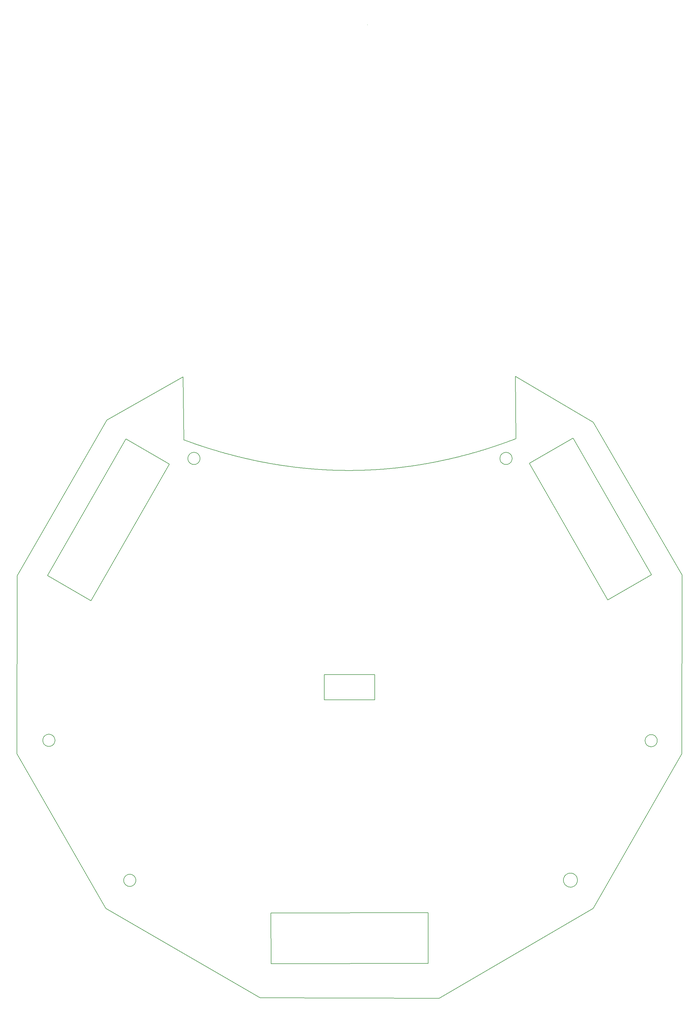
<source format=gm1>
G04 #@! TF.GenerationSoftware,KiCad,Pcbnew,5.1.5+dfsg1-2build2*
G04 #@! TF.CreationDate,2022-01-24T10:52:29+01:00*
G04 #@! TF.ProjectId,Robocup_PCB,526f626f-6375-4705-9f50-43422e6b6963,v1*
G04 #@! TF.SameCoordinates,Original*
G04 #@! TF.FileFunction,Profile,NP*
%FSLAX46Y46*%
G04 Gerber Fmt 4.6, Leading zero omitted, Abs format (unit mm)*
G04 Created by KiCad (PCBNEW 5.1.5+dfsg1-2build2) date 2022-01-24 10:52:29*
%MOMM*%
%LPD*%
G04 APERTURE LIST*
%ADD10C,0.200000*%
G04 APERTURE END LIST*
D10*
X322088819Y-99963059D02*
X294026119Y-51770989D01*
X321994619Y-156376129D02*
X322088819Y-99963059D01*
X294026069Y-205135179D02*
X321994619Y-156376129D01*
X164659993Y-37459139D02*
X140621593Y-51089909D01*
X269636029Y-56968169D02*
X269471143Y-57031146D01*
X269471143Y-57031146D02*
X269293571Y-57098748D01*
X269293571Y-57098748D02*
X269141363Y-57156508D01*
X269141363Y-57156508D02*
X268887672Y-57252399D01*
X268887672Y-57252399D02*
X268735453Y-57309708D01*
X268735453Y-57309708D02*
X268583230Y-57366847D01*
X268583230Y-57366847D02*
X268431004Y-57423818D01*
X268431004Y-57423818D02*
X268101163Y-57546672D01*
X268101163Y-57546672D02*
X267948924Y-57603105D01*
X267948924Y-57603105D02*
X267796678Y-57659369D01*
X267796678Y-57659369D02*
X267619056Y-57724798D01*
X267619056Y-57724798D02*
X267390674Y-57808579D01*
X267390674Y-57808579D02*
X267238415Y-57864222D01*
X267238415Y-57864222D02*
X267060773Y-57928923D01*
X267060773Y-57928923D02*
X266908506Y-57984201D01*
X266908506Y-57984201D02*
X266756236Y-58039307D01*
X266756236Y-58039307D02*
X266603960Y-58094244D01*
X266603960Y-58094244D02*
X266426303Y-58158123D01*
X266426303Y-58158123D02*
X266274016Y-58212693D01*
X266274016Y-58212693D02*
X266121727Y-58267093D01*
X266121727Y-58267093D02*
X265969437Y-58321325D01*
X265969437Y-58321325D02*
X265791757Y-58384380D01*
X265791757Y-58384380D02*
X265614072Y-58447206D01*
X265614072Y-58447206D02*
X265461767Y-58500872D01*
X265461767Y-58500872D02*
X265309456Y-58554369D01*
X265309456Y-58554369D02*
X265131758Y-58616570D01*
X265131758Y-58616570D02*
X264979441Y-58669699D01*
X264979441Y-58669699D02*
X264827118Y-58722661D01*
X264827118Y-58722661D02*
X264674792Y-58775453D01*
X264674792Y-58775453D02*
X264522462Y-58828074D01*
X264522462Y-58828074D02*
X264344740Y-58889254D01*
X264344740Y-58889254D02*
X264116229Y-58967573D01*
X264116229Y-58967573D02*
X263963886Y-59019575D01*
X263963886Y-59019575D02*
X263786145Y-59080027D01*
X263786145Y-59080027D02*
X263608400Y-59140252D01*
X263608400Y-59140252D02*
X263329075Y-59234423D01*
X263329075Y-59234423D02*
X263151317Y-59294056D01*
X263151317Y-59294056D02*
X262998945Y-59344983D01*
X262998945Y-59344983D02*
X262846572Y-59395742D01*
X262846572Y-59395742D02*
X262516417Y-59505139D01*
X262516417Y-59505139D02*
X262364030Y-59555362D01*
X262364030Y-59555362D02*
X262211639Y-59605416D01*
X262211639Y-59605416D02*
X262033847Y-59663597D01*
X262033847Y-59663597D02*
X261881449Y-59713284D01*
X261881449Y-59713284D02*
X261703646Y-59771039D01*
X261703646Y-59771039D02*
X261551240Y-59820359D01*
X261551240Y-59820359D02*
X261398828Y-59869509D01*
X261398828Y-59869509D02*
X261246412Y-59918489D01*
X261246412Y-59918489D02*
X261093996Y-59967302D01*
X261093996Y-59967302D02*
X260941573Y-60015944D01*
X260941573Y-60015944D02*
X260738337Y-60080538D01*
X260738337Y-60080538D02*
X260585904Y-60128786D01*
X260585904Y-60128786D02*
X260433467Y-60176864D01*
X260433467Y-60176864D02*
X260230215Y-60240705D01*
X260230215Y-60240705D02*
X260026955Y-60304245D01*
X260026955Y-60304245D02*
X259823688Y-60367484D01*
X259823688Y-60367484D02*
X259645824Y-60422571D01*
X259645824Y-60422571D02*
X259467954Y-60477429D01*
X259467954Y-60477429D02*
X259239257Y-60547620D01*
X259239257Y-60547620D02*
X259010550Y-60617430D01*
X259010550Y-60617430D02*
X258832662Y-60671464D01*
X258832662Y-60671464D02*
X258527697Y-60763557D01*
X258527697Y-60763557D02*
X258349795Y-60816966D01*
X258349795Y-60816966D02*
X258121056Y-60885295D01*
X258121056Y-60885295D02*
X257943139Y-60938177D01*
X257943139Y-60938177D02*
X257638130Y-61028296D01*
X257638130Y-61028296D02*
X257460202Y-61080553D01*
X257460202Y-61080553D02*
X257256848Y-61139991D01*
X257256848Y-61139991D02*
X257053487Y-61199131D01*
X257053487Y-61199131D02*
X256850118Y-61257968D01*
X256850118Y-61257968D02*
X256672167Y-61309205D01*
X256672167Y-61309205D02*
X256494208Y-61360209D01*
X256494208Y-61360209D02*
X256265398Y-61425450D01*
X256265398Y-61425450D02*
X256087427Y-61475929D01*
X256087427Y-61475929D02*
X255858603Y-61540492D01*
X255858603Y-61540492D02*
X255655194Y-61597561D01*
X255655194Y-61597561D02*
X255400926Y-61668477D01*
X255400926Y-61668477D02*
X255222930Y-61717836D01*
X255222930Y-61717836D02*
X254994072Y-61780962D01*
X254994072Y-61780962D02*
X254816064Y-61829795D01*
X254816064Y-61829795D02*
X254536328Y-61906067D01*
X254536328Y-61906067D02*
X254358307Y-61954308D01*
X254358307Y-61954308D02*
X254180285Y-62002321D01*
X254180285Y-62002321D02*
X253951386Y-62063710D01*
X253951386Y-62063710D02*
X253773349Y-62111195D01*
X253773349Y-62111195D02*
X253544436Y-62171907D01*
X253544436Y-62171907D02*
X253315515Y-62232241D01*
X253315515Y-62232241D02*
X253137460Y-62278901D01*
X253137460Y-62278901D02*
X252832208Y-62358357D01*
X252832208Y-62358357D02*
X252654141Y-62404394D01*
X252654141Y-62404394D02*
X252425187Y-62463246D01*
X252425187Y-62463246D02*
X252196224Y-62521717D01*
X252196224Y-62521717D02*
X252018135Y-62566931D01*
X252018135Y-62566931D02*
X251840042Y-62611917D01*
X251840042Y-62611917D02*
X251611057Y-62669414D01*
X251611057Y-62669414D02*
X251432952Y-62713871D01*
X251432952Y-62713871D02*
X251229397Y-62764398D01*
X251229397Y-62764398D02*
X251051281Y-62808363D01*
X251051281Y-62808363D02*
X250796822Y-62870770D01*
X250796822Y-62870770D02*
X250516905Y-62938875D01*
X250516905Y-62938875D02*
X250338768Y-62981918D01*
X250338768Y-62981918D02*
X250160627Y-63024731D01*
X250160627Y-63024731D02*
X249931581Y-63079437D01*
X249931581Y-63079437D02*
X249753428Y-63121724D01*
X249753428Y-63121724D02*
X249549817Y-63169769D01*
X249549817Y-63169769D02*
X249295297Y-63229405D01*
X249295297Y-63229405D02*
X249117126Y-63270867D01*
X249117126Y-63270867D02*
X248888042Y-63323841D01*
X248888042Y-63323841D02*
X248633492Y-63382252D01*
X248633492Y-63382252D02*
X248429847Y-63428644D01*
X248429847Y-63428644D02*
X248149822Y-63491940D01*
X248149822Y-63491940D02*
X247920703Y-63543306D01*
X247920703Y-63543306D02*
X247742492Y-63582995D01*
X247742492Y-63582995D02*
X247513356Y-63633684D01*
X247513356Y-63633684D02*
X247335135Y-63672845D01*
X247335135Y-63672845D02*
X247105986Y-63722858D01*
X247105986Y-63722858D02*
X246927753Y-63761495D01*
X246927753Y-63761495D02*
X246724052Y-63805368D01*
X246724052Y-63805368D02*
X246545808Y-63843509D01*
X246545808Y-63843509D02*
X246316628Y-63892211D01*
X246316628Y-63892211D02*
X246138373Y-63929828D01*
X246138373Y-63929828D02*
X245909181Y-63977854D01*
X245909181Y-63977854D02*
X245730915Y-64014944D01*
X245730915Y-64014944D02*
X245501706Y-64062293D01*
X245501706Y-64062293D02*
X245323430Y-64098858D01*
X245323430Y-64098858D02*
X245094207Y-64145529D01*
X245094207Y-64145529D02*
X244864977Y-64191822D01*
X244864977Y-64191822D02*
X244686679Y-64227564D01*
X244686679Y-64227564D02*
X244508380Y-64263076D01*
X244508380Y-64263076D02*
X244304602Y-64303379D01*
X244304602Y-64303379D02*
X244126289Y-64338398D01*
X244126289Y-64338398D02*
X243897025Y-64383084D01*
X243897025Y-64383084D02*
X243718702Y-64417577D01*
X243718702Y-64417577D02*
X243514901Y-64456715D01*
X243514901Y-64456715D02*
X243336565Y-64490714D01*
X243336565Y-64490714D02*
X243158227Y-64524483D01*
X243158227Y-64524483D02*
X242979883Y-64558022D01*
X242979883Y-64558022D02*
X242750576Y-64600806D01*
X242750576Y-64600806D02*
X242521261Y-64643208D01*
X242521261Y-64643208D02*
X242291938Y-64685232D01*
X242291938Y-64685232D02*
X242113571Y-64717652D01*
X242113571Y-64717652D02*
X241935200Y-64749845D01*
X241935200Y-64749845D02*
X241629405Y-64804494D01*
X241629405Y-64804494D02*
X241451020Y-64836061D01*
X241451020Y-64836061D02*
X241221660Y-64876309D01*
X241221660Y-64876309D02*
X241043263Y-64907349D01*
X241043263Y-64907349D02*
X240813888Y-64946921D01*
X240813888Y-64946921D02*
X240635480Y-64977435D01*
X240635480Y-64977435D02*
X240406092Y-65016332D01*
X240406092Y-65016332D02*
X240100226Y-65067599D01*
X240100226Y-65067599D02*
X239921799Y-65097195D01*
X239921799Y-65097195D02*
X239692384Y-65134906D01*
X239692384Y-65134906D02*
X239513946Y-65163977D01*
X239513946Y-65163977D02*
X239208038Y-65213273D01*
X239208038Y-65213273D02*
X238953104Y-65253837D01*
X238953104Y-65253837D02*
X238774647Y-65281953D01*
X238774647Y-65281953D02*
X238545191Y-65317763D01*
X238545191Y-65317763D02*
X238315729Y-65353194D01*
X238315729Y-65353194D02*
X238137252Y-65380487D01*
X238137252Y-65380487D02*
X237958771Y-65407552D01*
X237958771Y-65407552D02*
X237754786Y-65438200D01*
X237754786Y-65438200D02*
X237576295Y-65464771D01*
X237576295Y-65464771D02*
X237244798Y-65513507D01*
X237244798Y-65513507D02*
X237015292Y-65546784D01*
X237015292Y-65546784D02*
X236836779Y-65572402D01*
X236836779Y-65572402D02*
X236607258Y-65605001D01*
X236607258Y-65605001D02*
X236428734Y-65630093D01*
X236428734Y-65630093D02*
X236046170Y-65683088D01*
X236046170Y-65683088D02*
X235867632Y-65707458D01*
X235867632Y-65707458D02*
X235638076Y-65738451D01*
X235638076Y-65738451D02*
X235459530Y-65762297D01*
X235459530Y-65762297D02*
X235229959Y-65792615D01*
X235229959Y-65792615D02*
X235000379Y-65822552D01*
X235000379Y-65822552D02*
X234821814Y-65845575D01*
X234821814Y-65845575D02*
X234643245Y-65868368D01*
X234643245Y-65868368D02*
X234439158Y-65894133D01*
X234439158Y-65894133D02*
X234260577Y-65916432D01*
X234260577Y-65916432D02*
X234081992Y-65938502D01*
X234081992Y-65938502D02*
X233903402Y-65960343D01*
X233903402Y-65960343D02*
X233699293Y-65985022D01*
X233699293Y-65985022D02*
X233444147Y-66015446D01*
X233444147Y-66015446D02*
X233214510Y-66042428D01*
X233214510Y-66042428D02*
X232984865Y-66069030D01*
X232984865Y-66069030D02*
X232780727Y-66092354D01*
X232780727Y-66092354D02*
X232551065Y-66118238D01*
X232551065Y-66118238D02*
X232295877Y-66146553D01*
X232295877Y-66146553D02*
X232091720Y-66168866D01*
X232091720Y-66168866D02*
X231810993Y-66199056D01*
X231810993Y-66199056D02*
X231581298Y-66223335D01*
X231581298Y-66223335D02*
X231351599Y-66247235D01*
X231351599Y-66247235D02*
X231096365Y-66273340D01*
X231096365Y-66273340D02*
X230866646Y-66296437D01*
X230866646Y-66296437D02*
X230534819Y-66329130D01*
X230534819Y-66329130D02*
X230279552Y-66353734D01*
X230279552Y-66353734D02*
X230049806Y-66375480D01*
X230049806Y-66375480D02*
X229768996Y-66401541D01*
X229768996Y-66401541D02*
X229564761Y-66420138D01*
X229564761Y-66420138D02*
X229309461Y-66442962D01*
X229309461Y-66442962D02*
X229054152Y-66465317D01*
X229054152Y-66465317D02*
X228849897Y-66482862D01*
X228849897Y-66482862D02*
X228645636Y-66500107D01*
X228645636Y-66500107D02*
X228415835Y-66519151D01*
X228415835Y-66519151D02*
X228160492Y-66539863D01*
X228160492Y-66539863D02*
X227930674Y-66558102D01*
X227930674Y-66558102D02*
X227675314Y-66577926D01*
X227675314Y-66577926D02*
X227419945Y-66597278D01*
X227419945Y-66597278D02*
X227215642Y-66612423D01*
X227215642Y-66612423D02*
X226934716Y-66632755D01*
X226934716Y-66632755D02*
X226679317Y-66650748D01*
X226679317Y-66650748D02*
X226449453Y-66666542D01*
X226449453Y-66666542D02*
X226219578Y-66681953D01*
X226219578Y-66681953D02*
X225964154Y-66698632D01*
X225964154Y-66698632D02*
X225708722Y-66714843D01*
X225708722Y-66714843D02*
X225478822Y-66729029D01*
X225478822Y-66729029D02*
X225223373Y-66744349D01*
X225223373Y-66744349D02*
X224993459Y-66757735D01*
X224993459Y-66757735D02*
X224763538Y-66770741D01*
X224763538Y-66770741D02*
X224482513Y-66786121D01*
X224482513Y-66786121D02*
X224252575Y-66798285D01*
X224252575Y-66798285D02*
X223997081Y-66811355D01*
X223997081Y-66811355D02*
X223767125Y-66822714D01*
X223767125Y-66822714D02*
X223511611Y-66834890D01*
X223511611Y-66834890D02*
X223256089Y-66846598D01*
X223256089Y-66846598D02*
X223026109Y-66856734D01*
X223026109Y-66856734D02*
X222796126Y-66866491D01*
X222796126Y-66866491D02*
X222540577Y-66876885D01*
X222540577Y-66876885D02*
X222310574Y-66885841D01*
X222310574Y-66885841D02*
X222055010Y-66895345D01*
X222055010Y-66895345D02*
X221799434Y-66904380D01*
X221799434Y-66904380D02*
X221569409Y-66912113D01*
X221569409Y-66912113D02*
X221313817Y-66920256D01*
X221313817Y-66920256D02*
X221083775Y-66927185D01*
X221083775Y-66927185D02*
X220802604Y-66935140D01*
X220802604Y-66935140D02*
X220572546Y-66941226D01*
X220572546Y-66941226D02*
X220316919Y-66947543D01*
X220316919Y-66947543D02*
X220086844Y-66952826D01*
X220086844Y-66952826D02*
X219856764Y-66957729D01*
X219856764Y-66957729D02*
X219601111Y-66962733D01*
X219601111Y-66962733D02*
X219345449Y-66967268D01*
X219345449Y-66967268D02*
X219089778Y-66971336D01*
X219089778Y-66971336D02*
X218859664Y-66974594D01*
X218859664Y-66974594D02*
X218629544Y-66977473D01*
X218629544Y-66977473D02*
X218373847Y-66980227D01*
X218373847Y-66980227D02*
X218118141Y-66982511D01*
X218118141Y-66982511D02*
X217887998Y-66984167D01*
X217887998Y-66984167D02*
X217632274Y-66985561D01*
X217632274Y-66985561D02*
X217402116Y-66986417D01*
X217402116Y-66986417D02*
X217146375Y-66986921D01*
X217146375Y-66986921D02*
X216890625Y-66986956D01*
X216890625Y-66986956D02*
X216660444Y-66986587D01*
X216660444Y-66986587D02*
X216404677Y-66985730D01*
X216404677Y-66985730D02*
X216174481Y-66984559D01*
X216174481Y-66984559D02*
X215893117Y-66982614D01*
X215893117Y-66982614D02*
X215662904Y-66980600D01*
X215662904Y-66980600D02*
X215432683Y-66978206D01*
X215432683Y-66978206D02*
X215176871Y-66975100D01*
X215176871Y-66975100D02*
X214946637Y-66971906D01*
X214946637Y-66971906D02*
X214665227Y-66967486D01*
X214665227Y-66967486D02*
X214434976Y-66963448D01*
X214434976Y-66963448D02*
X214179133Y-66958517D01*
X214179133Y-66958517D02*
X213948865Y-66953676D01*
X213948865Y-66953676D02*
X213718590Y-66948457D01*
X213718590Y-66948457D02*
X213437134Y-66941563D01*
X213437134Y-66941563D02*
X213206843Y-66935499D01*
X213206843Y-66935499D02*
X212950959Y-66928320D01*
X212950959Y-66928320D02*
X212720653Y-66921456D01*
X212720653Y-66921456D02*
X212490340Y-66914213D01*
X212490340Y-66914213D02*
X212208837Y-66904845D01*
X212208837Y-66904845D02*
X211978507Y-66896759D01*
X211978507Y-66896759D02*
X211722580Y-66887330D01*
X211722580Y-66887330D02*
X211492235Y-66878441D01*
X211492235Y-66878441D02*
X211261886Y-66869174D01*
X211261886Y-66869174D02*
X211057126Y-66860618D01*
X211057126Y-66860618D02*
X210852358Y-66851763D01*
X210852358Y-66851763D02*
X210570793Y-66839097D01*
X210570793Y-66839097D02*
X210340414Y-66828311D01*
X210340414Y-66828311D02*
X210084432Y-66815885D01*
X210084432Y-66815885D02*
X209828436Y-66802987D01*
X209828436Y-66802987D02*
X209598036Y-66790981D01*
X209598036Y-66790981D02*
X209342027Y-66777194D01*
X209342027Y-66777194D02*
X209111612Y-66764386D01*
X209111612Y-66764386D02*
X208855584Y-66749710D01*
X208855584Y-66749710D02*
X208599548Y-66734564D01*
X208599548Y-66734564D02*
X208369111Y-66720534D01*
X208369111Y-66720534D02*
X208087455Y-66702871D01*
X208087455Y-66702871D02*
X207857001Y-66687999D01*
X207857001Y-66687999D02*
X207626542Y-66672747D01*
X207626542Y-66672747D02*
X207370464Y-66655351D01*
X207370464Y-66655351D02*
X207139989Y-66639298D01*
X207139989Y-66639298D02*
X206858287Y-66619162D01*
X206858287Y-66619162D02*
X206627796Y-66602266D01*
X206627796Y-66602266D02*
X206397298Y-66584990D01*
X206397298Y-66584990D02*
X206192405Y-66569315D01*
X206192405Y-66569315D02*
X205987508Y-66553342D01*
X205987508Y-66553342D02*
X205782604Y-66537066D01*
X205782604Y-66537066D02*
X205577694Y-66520493D01*
X205577694Y-66520493D02*
X205372778Y-66503620D01*
X205372778Y-66503620D02*
X205142245Y-66484279D01*
X205142245Y-66484279D02*
X204911701Y-66464558D01*
X204911701Y-66464558D02*
X204655537Y-66442202D01*
X204655537Y-66442202D02*
X204450598Y-66423981D01*
X204450598Y-66423981D02*
X204245654Y-66405460D01*
X204245654Y-66405460D02*
X204040703Y-66386637D01*
X204040703Y-66386637D02*
X203835748Y-66367516D01*
X203835748Y-66367516D02*
X203630788Y-66348096D01*
X203630788Y-66348096D02*
X203400199Y-66325889D01*
X203400199Y-66325889D02*
X203169606Y-66303303D01*
X203169606Y-66303303D02*
X202913384Y-66277764D01*
X202913384Y-66277764D02*
X202682774Y-66254378D01*
X202682774Y-66254378D02*
X202477784Y-66233272D01*
X202477784Y-66233272D02*
X202170287Y-66201051D01*
X202170287Y-66201051D02*
X201939657Y-66176444D01*
X201939657Y-66176444D02*
X201683394Y-66148658D01*
X201683394Y-66148658D02*
X201427121Y-66120402D01*
X201427121Y-66120402D02*
X201196471Y-66094572D01*
X201196471Y-66094572D02*
X200940184Y-66065428D01*
X200940184Y-66065428D02*
X200760777Y-66044749D01*
X200760777Y-66044749D02*
X200504475Y-66014810D01*
X200504475Y-66014810D02*
X200325059Y-65993573D01*
X200325059Y-65993573D02*
X200094375Y-65965932D01*
X200094375Y-65965932D02*
X199914950Y-65944171D01*
X199914950Y-65944171D02*
X199684254Y-65915855D01*
X199684254Y-65915855D02*
X199504821Y-65893571D01*
X199504821Y-65893571D02*
X199274112Y-65864583D01*
X199274112Y-65864583D02*
X199094670Y-65841774D01*
X199094670Y-65841774D02*
X198863949Y-65812111D01*
X198863949Y-65812111D02*
X198684496Y-65788777D01*
X198684496Y-65788777D02*
X198453766Y-65758441D01*
X198453766Y-65758441D02*
X198274304Y-65734584D01*
X198274304Y-65734584D02*
X198094838Y-65710498D01*
X198094838Y-65710498D02*
X197864090Y-65679193D01*
X197864090Y-65679193D02*
X197684614Y-65654583D01*
X197684614Y-65654583D02*
X197453854Y-65622603D01*
X197453854Y-65622603D02*
X197274370Y-65597467D01*
X197274370Y-65597467D02*
X197043599Y-65564815D01*
X197043599Y-65564815D02*
X196864105Y-65539156D01*
X196864105Y-65539156D02*
X196633322Y-65505829D01*
X196633322Y-65505829D02*
X196453819Y-65479647D01*
X196453819Y-65479647D02*
X196197382Y-65441845D01*
X196197382Y-65441845D02*
X195992223Y-65411266D01*
X195992223Y-65411266D02*
X195787060Y-65380388D01*
X195787060Y-65380388D02*
X195607539Y-65353125D01*
X195607539Y-65353125D02*
X195376720Y-65317735D01*
X195376720Y-65317735D02*
X195197190Y-65289946D01*
X195197190Y-65289946D02*
X194966359Y-65253883D01*
X194966359Y-65253883D02*
X194786820Y-65225572D01*
X194786820Y-65225572D02*
X194555979Y-65188835D01*
X194555979Y-65188835D02*
X194376432Y-65159999D01*
X194376432Y-65159999D02*
X194145577Y-65122588D01*
X194145577Y-65122588D02*
X193966018Y-65093227D01*
X193966018Y-65093227D02*
X193786457Y-65063639D01*
X193786457Y-65063639D02*
X193555587Y-65025259D01*
X193555587Y-65025259D02*
X193376018Y-64995147D01*
X193376018Y-64995147D02*
X193145135Y-64956093D01*
X193145135Y-64956093D02*
X192965557Y-64925459D01*
X192965557Y-64925459D02*
X192734665Y-64885731D01*
X192734665Y-64885731D02*
X192555077Y-64854571D01*
X192555077Y-64854571D02*
X192324172Y-64814170D01*
X192324172Y-64814170D02*
X192144575Y-64782486D01*
X192144575Y-64782486D02*
X191836687Y-64727637D01*
X191836687Y-64727637D02*
X191657080Y-64695332D01*
X191657080Y-64695332D02*
X191477468Y-64662795D01*
X191477468Y-64662795D02*
X191297854Y-64630031D01*
X191297854Y-64630031D02*
X191066914Y-64587568D01*
X191066914Y-64587568D02*
X190887289Y-64554278D01*
X190887289Y-64554278D02*
X190656338Y-64511142D01*
X190656338Y-64511142D02*
X190476707Y-64477329D01*
X190476707Y-64477329D02*
X190245744Y-64433518D01*
X190245744Y-64433518D02*
X190066102Y-64399181D01*
X190066102Y-64399181D02*
X189886457Y-64364617D01*
X189886457Y-64364617D02*
X189655479Y-64319839D01*
X189655479Y-64319839D02*
X189475825Y-64284750D01*
X189475825Y-64284750D02*
X189244834Y-64239299D01*
X189244834Y-64239299D02*
X189065172Y-64203686D01*
X189065172Y-64203686D02*
X188834172Y-64157561D01*
X188834172Y-64157561D02*
X188654501Y-64121425D01*
X188654501Y-64121425D02*
X188397821Y-64069403D01*
X188397821Y-64069403D02*
X188218139Y-64032710D01*
X188218139Y-64032710D02*
X187987117Y-63985198D01*
X187987117Y-63985198D02*
X187807426Y-63947981D01*
X187807426Y-63947981D02*
X187576390Y-63899793D01*
X187576390Y-63899793D02*
X187396692Y-63862052D01*
X187396692Y-63862052D02*
X187165646Y-63813193D01*
X187165646Y-63813193D02*
X186985939Y-63774928D01*
X186985939Y-63774928D02*
X186806229Y-63736434D01*
X186806229Y-63736434D02*
X186575167Y-63686607D01*
X186575167Y-63686607D02*
X186395449Y-63647591D01*
X186395449Y-63647591D02*
X186164375Y-63597090D01*
X186164375Y-63597090D02*
X185984647Y-63557550D01*
X185984647Y-63557550D02*
X185753563Y-63506376D01*
X185753563Y-63506376D02*
X185573827Y-63466312D01*
X185573827Y-63466312D02*
X185342732Y-63414464D01*
X185342732Y-63414464D02*
X185162987Y-63373876D01*
X185162987Y-63373876D02*
X184906204Y-63315497D01*
X184906204Y-63315497D02*
X184726451Y-63274353D01*
X184726451Y-63274353D02*
X184495334Y-63221117D01*
X184495334Y-63221117D02*
X184315569Y-63179449D01*
X184315569Y-63179449D02*
X184084441Y-63125540D01*
X184084441Y-63125540D02*
X183904670Y-63083348D01*
X183904670Y-63083348D02*
X183673529Y-63028766D01*
X183673529Y-63028766D02*
X183493751Y-62986052D01*
X183493751Y-62986052D02*
X183313968Y-62943108D01*
X183313968Y-62943108D02*
X183082812Y-62887560D01*
X183082812Y-62887560D02*
X182903022Y-62844092D01*
X182903022Y-62844092D02*
X182671856Y-62787869D01*
X182671856Y-62787869D02*
X182492057Y-62743879D01*
X182492057Y-62743879D02*
X182235194Y-62680639D01*
X182235194Y-62680639D02*
X182055383Y-62636092D01*
X182055383Y-62636092D02*
X181824195Y-62578482D01*
X181824195Y-62578482D02*
X181644378Y-62533412D01*
X181644378Y-62533412D02*
X181413180Y-62475129D01*
X181413180Y-62475129D02*
X181233353Y-62429535D01*
X181233353Y-62429535D02*
X181002144Y-62370578D01*
X181002144Y-62370578D02*
X180822310Y-62324461D01*
X180822310Y-62324461D02*
X180642474Y-62278115D01*
X180642474Y-62278115D02*
X180411249Y-62218190D01*
X180411249Y-62218190D02*
X180231402Y-62171322D01*
X180231402Y-62171322D02*
X180000165Y-62110725D01*
X180000165Y-62110725D02*
X179820312Y-62063333D01*
X179820312Y-62063333D02*
X179511983Y-61981556D01*
X179511983Y-61981556D02*
X179332119Y-61933543D01*
X179332119Y-61933543D02*
X179152251Y-61885298D01*
X179152251Y-61885298D02*
X178972379Y-61836827D01*
X178972379Y-61836827D02*
X178741113Y-61774169D01*
X178741113Y-61774169D02*
X178561233Y-61725173D01*
X178561233Y-61725173D02*
X178381350Y-61675950D01*
X178381350Y-61675950D02*
X178150068Y-61612326D01*
X178150068Y-61612326D02*
X177970175Y-61562579D01*
X177970175Y-61562579D02*
X177738881Y-61498281D01*
X177738881Y-61498281D02*
X177558981Y-61448010D01*
X177558981Y-61448010D02*
X177250575Y-61361300D01*
X177250575Y-61361300D02*
X177070665Y-61310407D01*
X177070665Y-61310407D02*
X176890751Y-61259286D01*
X176890751Y-61259286D02*
X176710835Y-61207935D01*
X176710835Y-61207935D02*
X176479510Y-61141579D01*
X176479510Y-61141579D02*
X176299585Y-61089705D01*
X176299585Y-61089705D02*
X176068249Y-61022674D01*
X176068249Y-61022674D02*
X175888315Y-60970277D01*
X175888315Y-60970277D02*
X175708379Y-60917653D01*
X175708379Y-60917653D02*
X175477028Y-60849655D01*
X175477028Y-60849655D02*
X175297083Y-60796508D01*
X175297083Y-60796508D02*
X175065723Y-60727838D01*
X175065723Y-60727838D02*
X174911478Y-60681848D01*
X174911478Y-60681848D02*
X174731524Y-60627980D01*
X174731524Y-60627980D02*
X174577273Y-60581626D01*
X174577273Y-60581626D02*
X174397310Y-60527333D01*
X174397310Y-60527333D02*
X174217344Y-60472810D01*
X174217344Y-60472810D02*
X174063087Y-60425896D01*
X174063087Y-60425896D02*
X173908825Y-60378813D01*
X173908825Y-60378813D02*
X173728851Y-60323670D01*
X173728851Y-60323670D02*
X173548873Y-60268299D01*
X173548873Y-60268299D02*
X173394603Y-60220654D01*
X173394603Y-60220654D02*
X173214619Y-60164859D01*
X173214619Y-60164859D02*
X173060344Y-60116851D01*
X173060344Y-60116851D02*
X172880351Y-60060629D01*
X172880351Y-60060629D02*
X172726071Y-60012258D01*
X172726071Y-60012258D02*
X172571787Y-59963717D01*
X172571787Y-59963717D02*
X172366074Y-59898736D01*
X172366074Y-59898736D02*
X172211784Y-59849803D01*
X172211784Y-59849803D02*
X172057491Y-59800702D01*
X172057491Y-59800702D02*
X171877481Y-59743206D01*
X171877481Y-59743206D02*
X171723185Y-59693742D01*
X171723185Y-59693742D02*
X171543168Y-59635820D01*
X171543168Y-59635820D02*
X171388864Y-59585991D01*
X171388864Y-59585991D02*
X171234557Y-59535993D01*
X171234557Y-59535993D02*
X170951657Y-59443895D01*
X170951657Y-59443895D02*
X170797345Y-59393423D01*
X170797345Y-59393423D02*
X170617310Y-59334325D01*
X170617310Y-59334325D02*
X170462992Y-59283487D01*
X170462992Y-59283487D02*
X170308671Y-59232481D01*
X170308671Y-59232481D02*
X170102907Y-59164211D01*
X170102907Y-59164211D02*
X169948581Y-59112814D01*
X169948581Y-59112814D02*
X169794253Y-59061247D01*
X169794253Y-59061247D02*
X169614197Y-59000874D01*
X169614197Y-59000874D02*
X169459864Y-58948944D01*
X169459864Y-58948944D02*
X169279803Y-58888146D01*
X169279803Y-58888146D02*
X169099740Y-58827120D01*
X169099740Y-58827120D02*
X168945397Y-58774630D01*
X168945397Y-58774630D02*
X168765327Y-58713179D01*
X168765327Y-58713179D02*
X168610981Y-58660325D01*
X168610981Y-58660325D02*
X168456630Y-58607302D01*
X168456630Y-58607302D02*
X168250825Y-58536344D01*
X168250825Y-58536344D02*
X168096468Y-58482929D01*
X168096468Y-58482929D02*
X167942108Y-58429345D01*
X167942108Y-58429345D02*
X167787749Y-58375595D01*
X167787749Y-58375595D02*
X167607656Y-58312673D01*
X167607656Y-58312673D02*
X167427562Y-58249522D01*
X167427562Y-58249522D02*
X167273192Y-58195211D01*
X167273192Y-58195211D02*
X167118819Y-58140731D01*
X167118819Y-58140731D02*
X166835797Y-58040417D01*
X166835797Y-58040417D02*
X166681418Y-57985463D01*
X166681418Y-57985463D02*
X166501307Y-57921135D01*
X166501307Y-57921135D02*
X166346923Y-57865816D01*
X166346923Y-57865816D02*
X166166804Y-57801064D01*
X166166804Y-57801064D02*
X165986681Y-57736083D01*
X165986681Y-57736083D02*
X165832289Y-57680204D01*
X165832289Y-57680204D02*
X165677894Y-57624157D01*
X165677894Y-57624157D02*
X165497764Y-57558556D01*
X165497764Y-57558556D02*
X165317632Y-57492727D01*
X165317632Y-57492727D02*
X165163228Y-57436118D01*
X165163228Y-57436118D02*
X164983088Y-57369865D01*
X164983088Y-57369865D02*
X164918753Y-57346149D01*
X222836109Y73645187D02*
X222836109Y73645187D01*
X273882035Y-64756787D02*
X287658239Y-56788191D01*
X148804236Y-197925999D02*
X148928157Y-197847996D01*
X148928157Y-197847996D02*
X149043404Y-197762640D01*
X149043404Y-197762640D02*
X149150841Y-197669894D01*
X149150841Y-197669894D02*
X149254055Y-197566229D01*
X149254055Y-197566229D02*
X149347483Y-197456951D01*
X149347483Y-197456951D02*
X149432241Y-197341264D01*
X149432241Y-197341264D02*
X149511855Y-197212983D01*
X149511855Y-197212983D02*
X149580305Y-197080564D01*
X149580305Y-197080564D02*
X149639693Y-196939381D01*
X149639693Y-196939381D02*
X149689323Y-196787824D01*
X149689323Y-196787824D02*
X149727766Y-196624180D01*
X149727766Y-196624180D02*
X149752560Y-196448684D01*
X149752560Y-196448684D02*
X149761015Y-196268809D01*
X146890678Y-197925999D02*
X147023762Y-197996029D01*
X147023762Y-197996029D02*
X147164803Y-198056498D01*
X147164803Y-198056498D02*
X147315269Y-198106918D01*
X147315269Y-198106918D02*
X147478069Y-198146407D01*
X147478069Y-198146407D02*
X147655333Y-198172705D01*
X147655333Y-198172705D02*
X147846487Y-198182366D01*
X147846487Y-198182366D02*
X148037400Y-198172923D01*
X148037400Y-198172923D02*
X148212544Y-198147244D01*
X148212544Y-198147244D02*
X148375412Y-198108136D01*
X148375412Y-198108136D02*
X148526428Y-198057897D01*
X148526428Y-198057897D02*
X148669353Y-197996882D01*
X148669353Y-197996882D02*
X148801197Y-197927746D01*
X148801197Y-197927746D02*
X148804236Y-197925999D01*
X209220023Y-139325772D02*
X209220023Y-131399449D01*
X225146346Y-139325772D02*
X209220023Y-139325772D01*
X268441377Y-63203209D02*
X268431846Y-63394163D01*
X268431846Y-63394163D02*
X268405908Y-63570135D01*
X268405908Y-63570135D02*
X268365937Y-63735343D01*
X268365937Y-63735343D02*
X268315246Y-63886493D01*
X268315246Y-63886493D02*
X268254870Y-64027224D01*
X268254870Y-64027224D02*
X268185491Y-64159148D01*
X268185491Y-64159148D02*
X268107155Y-64283672D01*
X268107155Y-64283672D02*
X268021800Y-64398941D01*
X268021800Y-64398941D02*
X267927802Y-64507770D01*
X267927802Y-64507770D02*
X267825464Y-64609611D01*
X267825464Y-64609611D02*
X267717224Y-64702252D01*
X267717224Y-64702252D02*
X267600318Y-64787975D01*
X267600318Y-64787975D02*
X267484598Y-64860399D01*
X314224277Y-152212139D02*
X314224277Y-152212139D01*
X287956098Y-194285778D02*
X288085240Y-194366661D01*
X288085240Y-194366661D02*
X288201713Y-194450987D01*
X288201713Y-194450987D02*
X288311778Y-194542139D01*
X288311778Y-194542139D02*
X288420366Y-194644936D01*
X288420366Y-194644936D02*
X288516595Y-194748889D01*
X288516595Y-194748889D02*
X288607099Y-194860280D01*
X288607099Y-194860280D02*
X288693761Y-194982705D01*
X288693761Y-194982705D02*
X288770794Y-195108670D01*
X288770794Y-195108670D02*
X288840021Y-195241035D01*
X288840021Y-195241035D02*
X288903165Y-195385234D01*
X288903165Y-195385234D02*
X288955704Y-195532852D01*
X288955704Y-195532852D02*
X288999270Y-195690428D01*
X288999270Y-195690428D02*
X289032397Y-195858942D01*
X289032397Y-195858942D02*
X289053068Y-196038475D01*
X289053068Y-196038475D02*
X289059146Y-196202889D01*
X225146346Y-131399449D02*
X225146346Y-139325772D01*
X209220023Y-131399449D02*
X225146346Y-131399449D01*
X268441377Y-63203209D02*
X268441377Y-63203209D01*
X289059146Y-196202889D02*
X289059146Y-196202889D01*
X267484598Y-61546019D02*
X267608519Y-61624014D01*
X267608519Y-61624014D02*
X267724342Y-61709829D01*
X267724342Y-61709829D02*
X267834064Y-61804781D01*
X267834064Y-61804781D02*
X267935241Y-61906672D01*
X267935241Y-61906672D02*
X268027845Y-62015057D01*
X268027845Y-62015057D02*
X268112603Y-62130743D01*
X268112603Y-62130743D02*
X268190063Y-62255241D01*
X268190063Y-62255241D02*
X268259844Y-62389689D01*
X268259844Y-62389689D02*
X268319373Y-62530810D01*
X268319373Y-62530810D02*
X268369156Y-62682309D01*
X268369156Y-62682309D02*
X268408128Y-62847829D01*
X268408128Y-62847829D02*
X268433107Y-63025296D01*
X268433107Y-63025296D02*
X268441377Y-63203209D01*
X265571040Y-61546019D02*
X265702336Y-61476836D01*
X265702336Y-61476836D02*
X265843788Y-61416040D01*
X265843788Y-61416040D02*
X265993754Y-61365637D01*
X265993754Y-61365637D02*
X266155094Y-61326266D01*
X266155094Y-61326266D02*
X266329671Y-61299922D01*
X266329671Y-61299922D02*
X266521040Y-61289662D01*
X266521040Y-61289662D02*
X266712943Y-61298615D01*
X266712943Y-61298615D02*
X266889088Y-61324030D01*
X266889088Y-61324030D02*
X267052019Y-61362803D01*
X267052019Y-61362803D02*
X267206331Y-61413941D01*
X267206331Y-61413941D02*
X267347925Y-61474278D01*
X267347925Y-61474278D02*
X267480257Y-61543520D01*
X267480257Y-61543520D02*
X267484598Y-61546019D01*
X222836109Y73645187D02*
X222836109Y73645187D01*
X313267498Y-150554949D02*
X313135746Y-150485552D01*
X313135746Y-150485552D02*
X312995432Y-150425234D01*
X312995432Y-150425234D02*
X312844303Y-150374431D01*
X312844303Y-150374431D02*
X312683436Y-150335196D01*
X312683436Y-150335196D02*
X312506928Y-150308653D01*
X312506928Y-150308653D02*
X312315555Y-150298586D01*
X312315555Y-150298586D02*
X312124142Y-150307686D01*
X312124142Y-150307686D02*
X311947532Y-150333327D01*
X311947532Y-150333327D02*
X311784633Y-150372268D01*
X311784633Y-150372268D02*
X311630361Y-150423568D01*
X311630361Y-150423568D02*
X311489261Y-150483846D01*
X311489261Y-150483846D02*
X311357842Y-150552699D01*
X311357842Y-150552699D02*
X311353940Y-150554949D01*
X314224277Y-152212139D02*
X314214746Y-152021179D01*
X314214746Y-152021179D02*
X314189089Y-151846647D01*
X314189089Y-151846647D02*
X314148837Y-151679997D01*
X314148837Y-151679997D02*
X314098146Y-151528847D01*
X314098146Y-151528847D02*
X314036308Y-151385055D01*
X314036308Y-151385055D02*
X313966694Y-151253262D01*
X313966694Y-151253262D02*
X313888961Y-151130068D01*
X313888961Y-151130068D02*
X313802273Y-151013368D01*
X313802273Y-151013368D02*
X313709374Y-150906146D01*
X313709374Y-150906146D02*
X313602601Y-150800431D01*
X313602601Y-150800431D02*
X313493750Y-150708050D01*
X313493750Y-150708050D02*
X313375603Y-150622240D01*
X313375603Y-150622240D02*
X313267498Y-150554949D01*
X124255946Y-152108189D02*
X124255946Y-152108189D01*
X264614261Y-63203209D02*
X264623786Y-63012249D01*
X264623786Y-63012249D02*
X264649721Y-62836274D01*
X264649721Y-62836274D02*
X264688614Y-62674813D01*
X264688614Y-62674813D02*
X264739690Y-62521729D01*
X264739690Y-62521729D02*
X264799925Y-62380933D01*
X264799925Y-62380933D02*
X264869176Y-62248943D01*
X264869176Y-62248943D02*
X264946563Y-62125535D01*
X264946563Y-62125535D02*
X265031707Y-62010119D01*
X265031707Y-62010119D02*
X265124182Y-61902562D01*
X265124182Y-61902562D02*
X265224424Y-61802114D01*
X265224424Y-61802114D02*
X265333014Y-61708445D01*
X265333014Y-61708445D02*
X265448339Y-61623174D01*
X265448339Y-61623174D02*
X265571040Y-61546019D01*
X265571040Y-64860399D02*
X265443840Y-64780153D01*
X265443840Y-64780153D02*
X265328218Y-64694117D01*
X265328218Y-64694117D02*
X265220136Y-64600291D01*
X265220136Y-64600291D02*
X265119726Y-64499018D01*
X265119726Y-64499018D02*
X265026580Y-64389829D01*
X265026580Y-64389829D02*
X264941942Y-64274059D01*
X264941942Y-64274059D02*
X264865087Y-64150328D01*
X264865087Y-64150328D02*
X264796402Y-64018032D01*
X264796402Y-64018032D02*
X264736939Y-63877418D01*
X264736939Y-63877418D02*
X264687140Y-63726444D01*
X264687140Y-63726444D02*
X264648695Y-63564843D01*
X264648695Y-63564843D02*
X264622754Y-63383576D01*
X264622754Y-63383576D02*
X264614261Y-63203209D01*
X267484598Y-64860399D02*
X267353294Y-64929574D01*
X267353294Y-64929574D02*
X267213220Y-64989844D01*
X267213220Y-64989844D02*
X267063280Y-65040366D01*
X267063280Y-65040366D02*
X266900536Y-65080147D01*
X266900536Y-65080147D02*
X266725957Y-65106488D01*
X266725957Y-65106488D02*
X266534592Y-65116753D01*
X266534592Y-65116753D02*
X266342688Y-65107799D01*
X266342688Y-65107799D02*
X266164632Y-65082014D01*
X266164632Y-65082014D02*
X265999619Y-65042467D01*
X265999619Y-65042467D02*
X265849299Y-64992472D01*
X265849299Y-64992472D02*
X265707705Y-64932133D01*
X265707705Y-64932133D02*
X265575376Y-64862894D01*
X265575376Y-64862894D02*
X265571040Y-64860399D01*
X245434239Y-233483459D02*
X294026069Y-205135179D01*
X188932113Y-233294469D02*
X245434239Y-233483459D01*
X140246103Y-205135179D02*
X188932113Y-233294469D01*
X121385609Y-153765379D02*
X121258409Y-153685133D01*
X121258409Y-153685133D02*
X121142787Y-153599097D01*
X121142787Y-153599097D02*
X121034705Y-153505271D01*
X121034705Y-153505271D02*
X120934295Y-153403998D01*
X120934295Y-153403998D02*
X120841149Y-153294809D01*
X120841149Y-153294809D02*
X120756511Y-153179039D01*
X120756511Y-153179039D02*
X120679656Y-153055308D01*
X120679656Y-153055308D02*
X120610971Y-152923012D01*
X120610971Y-152923012D02*
X120551508Y-152782398D01*
X120551508Y-152782398D02*
X120501709Y-152631424D01*
X120501709Y-152631424D02*
X120463264Y-152469823D01*
X120463264Y-152469823D02*
X120437323Y-152288556D01*
X120437323Y-152288556D02*
X120428830Y-152108189D01*
X123299167Y-153765379D02*
X123167863Y-153834554D01*
X123167863Y-153834554D02*
X123027789Y-153894824D01*
X123027789Y-153894824D02*
X122877849Y-153945346D01*
X122877849Y-153945346D02*
X122715105Y-153985127D01*
X122715105Y-153985127D02*
X122540526Y-154011468D01*
X122540526Y-154011468D02*
X122349161Y-154021733D01*
X122349161Y-154021733D02*
X122157257Y-154012779D01*
X122157257Y-154012779D02*
X121979201Y-153986994D01*
X121979201Y-153986994D02*
X121814188Y-153947447D01*
X121814188Y-153947447D02*
X121663868Y-153897452D01*
X121663868Y-153897452D02*
X121522274Y-153837113D01*
X121522274Y-153837113D02*
X121389945Y-153767874D01*
X121389945Y-153767874D02*
X121385609Y-153765379D01*
X124255946Y-152108189D02*
X124246415Y-152299143D01*
X124246415Y-152299143D02*
X124220477Y-152475115D01*
X124220477Y-152475115D02*
X124180506Y-152640323D01*
X124180506Y-152640323D02*
X124129815Y-152791473D01*
X124129815Y-152791473D02*
X124069439Y-152932204D01*
X124069439Y-152932204D02*
X124000060Y-153064128D01*
X124000060Y-153064128D02*
X123921724Y-153188652D01*
X123921724Y-153188652D02*
X123836369Y-153303921D01*
X123836369Y-153303921D02*
X123742371Y-153412750D01*
X123742371Y-153412750D02*
X123640033Y-153514591D01*
X123640033Y-153514591D02*
X123531793Y-153607232D01*
X123531793Y-153607232D02*
X123414887Y-153692955D01*
X123414887Y-153692955D02*
X123299167Y-153765379D01*
X112277552Y-156376129D02*
X140246103Y-205135179D01*
X287956098Y-198120000D02*
X287825308Y-198190014D01*
X287825308Y-198190014D02*
X287685966Y-198252777D01*
X287685966Y-198252777D02*
X287539312Y-198306795D01*
X287539312Y-198306795D02*
X287378854Y-198352824D01*
X287378854Y-198352824D02*
X287212227Y-198387065D01*
X287212227Y-198387065D02*
X287033100Y-198409196D01*
X287033100Y-198409196D02*
X286836029Y-198416508D01*
X286836029Y-198416508D02*
X286644618Y-198406683D01*
X286644618Y-198406683D02*
X286467380Y-198382517D01*
X286467380Y-198382517D02*
X286302988Y-198346711D01*
X286302988Y-198346711D02*
X286147489Y-198300362D01*
X286147489Y-198300362D02*
X286001219Y-198244937D01*
X286001219Y-198244937D02*
X285863862Y-198181582D01*
X285863862Y-198181582D02*
X285750000Y-198120000D01*
X289059146Y-196202889D02*
X289050840Y-196395008D01*
X289050840Y-196395008D02*
X289028102Y-196573200D01*
X289028102Y-196573200D02*
X288992165Y-196744428D01*
X288992165Y-196744428D02*
X288946870Y-196900209D01*
X288946870Y-196900209D02*
X288890748Y-197051204D01*
X288890748Y-197051204D02*
X288826487Y-197192387D01*
X288826487Y-197192387D02*
X288756288Y-197322312D01*
X288756288Y-197322312D02*
X288676348Y-197449117D01*
X288676348Y-197449117D02*
X288592073Y-197565034D01*
X288592073Y-197565034D02*
X288500296Y-197675450D01*
X288500296Y-197675450D02*
X288402453Y-197778775D01*
X288402453Y-197778775D02*
X288297309Y-197876314D01*
X288297309Y-197876314D02*
X288185914Y-197966913D01*
X288185914Y-197966913D02*
X288068571Y-198050259D01*
X288068571Y-198050259D02*
X287956098Y-198120000D01*
X170017191Y-63203209D02*
X170017191Y-63203209D01*
X312310719Y-154125697D02*
X312502595Y-154116193D01*
X312502595Y-154116193D02*
X312677717Y-154090534D01*
X312677717Y-154090534D02*
X312840954Y-154051278D01*
X312840954Y-154051278D02*
X312991261Y-154001140D01*
X312991261Y-154001140D02*
X313131812Y-153941069D01*
X313131812Y-153941069D02*
X313263828Y-153871809D01*
X313263828Y-153871809D02*
X313387155Y-153794441D01*
X313387155Y-153794441D02*
X313502537Y-153709309D01*
X313502537Y-153709309D02*
X313613195Y-153614018D01*
X313613195Y-153614018D02*
X313719902Y-153506713D01*
X313719902Y-153506713D02*
X313812134Y-153398616D01*
X313812134Y-153398616D02*
X313897066Y-153282621D01*
X313897066Y-153282621D02*
X313974337Y-153158353D01*
X313974337Y-153158353D02*
X314044606Y-153022730D01*
X314044606Y-153022730D02*
X314104613Y-152879685D01*
X314104613Y-152879685D02*
X314154673Y-152725339D01*
X314154673Y-152725339D02*
X314192517Y-152561164D01*
X314192517Y-152561164D02*
X314216559Y-152385132D01*
X314216559Y-152385132D02*
X314224277Y-152212139D01*
X310397161Y-152212139D02*
X310406546Y-152402884D01*
X310406546Y-152402884D02*
X310432101Y-152578039D01*
X310432101Y-152578039D02*
X310470963Y-152740248D01*
X310470963Y-152740248D02*
X310521190Y-152891315D01*
X310521190Y-152891315D02*
X310581158Y-153031922D01*
X310581158Y-153031922D02*
X310651402Y-153165874D01*
X310651402Y-153165874D02*
X310729220Y-153289764D01*
X310729220Y-153289764D02*
X310815329Y-153406203D01*
X310815329Y-153406203D02*
X310908831Y-153514615D01*
X310908831Y-153514615D02*
X311009021Y-153614749D01*
X311009021Y-153614749D02*
X311116643Y-153707517D01*
X311116643Y-153707517D02*
X311231898Y-153792819D01*
X311231898Y-153792819D02*
X311356350Y-153871088D01*
X311356350Y-153871088D02*
X311487650Y-153940132D01*
X311487650Y-153940132D02*
X311628803Y-154000619D01*
X311628803Y-154000619D02*
X311782600Y-154051888D01*
X311782600Y-154051888D02*
X311944809Y-154090747D01*
X311944809Y-154090747D02*
X312124871Y-154116784D01*
X312124871Y-154116784D02*
X312310719Y-154125697D01*
X311353940Y-150554949D02*
X311230420Y-150632664D01*
X311230420Y-150632664D02*
X311111118Y-150721222D01*
X311111118Y-150721222D02*
X311003393Y-150814712D01*
X311003393Y-150814712D02*
X310903121Y-150915781D01*
X310903121Y-150915781D02*
X310810684Y-151023987D01*
X310810684Y-151023987D02*
X310724842Y-151141278D01*
X310724842Y-151141278D02*
X310646315Y-151267958D01*
X310646315Y-151267958D02*
X310578066Y-151399935D01*
X310578066Y-151399935D02*
X310518642Y-151541103D01*
X310518642Y-151541103D02*
X310468846Y-151693115D01*
X310468846Y-151693115D02*
X310430038Y-151858687D01*
X310430038Y-151858687D02*
X310405423Y-152034226D01*
X310405423Y-152034226D02*
X310397161Y-152212139D01*
X140621593Y-51089909D02*
X112371752Y-100246539D01*
X222836109Y73645187D02*
X222836109Y73645187D01*
X298645643Y-107863552D02*
X273882035Y-64756787D01*
X312421847Y-99894956D02*
X298645643Y-107863552D01*
X287658239Y-56788191D02*
X312421847Y-99894956D01*
X222836109Y73645187D02*
X222836109Y73645187D01*
X149761015Y-196268809D02*
X149751484Y-196077849D01*
X149751484Y-196077849D02*
X149725827Y-195903317D01*
X149725827Y-195903317D02*
X149685575Y-195736667D01*
X149685575Y-195736667D02*
X149634884Y-195585517D01*
X149634884Y-195585517D02*
X149573046Y-195441725D01*
X149573046Y-195441725D02*
X149503432Y-195309932D01*
X149503432Y-195309932D02*
X149425699Y-195186738D01*
X149425699Y-195186738D02*
X149339011Y-195070038D01*
X149339011Y-195070038D02*
X149246112Y-194962816D01*
X149246112Y-194962816D02*
X149139339Y-194857101D01*
X149139339Y-194857101D02*
X149030488Y-194764720D01*
X149030488Y-194764720D02*
X148912341Y-194678910D01*
X148912341Y-194678910D02*
X148804236Y-194611619D01*
X192379021Y-206569397D02*
X241964323Y-206500138D01*
X192401155Y-222525279D02*
X192379021Y-206569397D01*
X135659281Y-108110040D02*
X121877401Y-100151333D01*
X160392158Y-64985511D02*
X135659281Y-108110040D01*
X146610277Y-57026804D02*
X160392158Y-64985511D01*
X222836109Y73645187D02*
X222836109Y73645187D01*
X241986457Y-222456020D02*
X192401155Y-222525279D01*
X241964323Y-206500138D02*
X241986457Y-222456020D01*
X121877401Y-100151333D02*
X146610277Y-57026804D01*
X145933899Y-196268809D02*
X145943424Y-196459763D01*
X145943424Y-196459763D02*
X145969736Y-196637660D01*
X145969736Y-196637660D02*
X146009875Y-196802814D01*
X146009875Y-196802814D02*
X146061410Y-196955718D01*
X146061410Y-196955718D02*
X146122069Y-197096319D01*
X146122069Y-197096319D02*
X146191475Y-197227679D01*
X146191475Y-197227679D02*
X146269206Y-197350870D01*
X146269206Y-197350870D02*
X146355893Y-197467569D01*
X146355893Y-197467569D02*
X146448794Y-197574794D01*
X146448794Y-197574794D02*
X146549442Y-197674878D01*
X146549442Y-197674878D02*
X146658622Y-197768311D01*
X146658622Y-197768311D02*
X146779888Y-197856905D01*
X146779888Y-197856905D02*
X146890678Y-197925999D01*
X146890678Y-194611619D02*
X146767158Y-194689334D01*
X146767158Y-194689334D02*
X146647856Y-194777892D01*
X146647856Y-194777892D02*
X146540131Y-194871382D01*
X146540131Y-194871382D02*
X146439859Y-194972451D01*
X146439859Y-194972451D02*
X146347422Y-195080657D01*
X146347422Y-195080657D02*
X146261580Y-195197948D01*
X146261580Y-195197948D02*
X146183053Y-195324628D01*
X146183053Y-195324628D02*
X146114804Y-195456605D01*
X146114804Y-195456605D02*
X146055380Y-195597773D01*
X146055380Y-195597773D02*
X146005584Y-195749785D01*
X146005584Y-195749785D02*
X145966776Y-195915357D01*
X145966776Y-195915357D02*
X145942161Y-196090896D01*
X145942161Y-196090896D02*
X145933899Y-196268809D01*
X148804236Y-194611619D02*
X148672484Y-194542222D01*
X148672484Y-194542222D02*
X148532170Y-194481904D01*
X148532170Y-194481904D02*
X148381041Y-194431101D01*
X148381041Y-194431101D02*
X148220174Y-194391866D01*
X148220174Y-194391866D02*
X148043666Y-194365323D01*
X148043666Y-194365323D02*
X147852293Y-194355256D01*
X147852293Y-194355256D02*
X147660880Y-194364356D01*
X147660880Y-194364356D02*
X147484270Y-194389997D01*
X147484270Y-194389997D02*
X147321371Y-194428938D01*
X147321371Y-194428938D02*
X147167099Y-194480238D01*
X147167099Y-194480238D02*
X147025999Y-194540516D01*
X147025999Y-194540516D02*
X146894580Y-194609369D01*
X146894580Y-194609369D02*
X146890678Y-194611619D01*
X149761015Y-196268809D02*
X149761015Y-196268809D01*
X122342388Y-150194631D02*
X122533133Y-150204016D01*
X122533133Y-150204016D02*
X122708288Y-150229571D01*
X122708288Y-150229571D02*
X122870497Y-150268433D01*
X122870497Y-150268433D02*
X123021564Y-150318660D01*
X123021564Y-150318660D02*
X123162171Y-150378628D01*
X123162171Y-150378628D02*
X123296123Y-150448872D01*
X123296123Y-150448872D02*
X123420013Y-150526690D01*
X123420013Y-150526690D02*
X123536452Y-150612799D01*
X123536452Y-150612799D02*
X123644864Y-150706301D01*
X123644864Y-150706301D02*
X123744998Y-150806491D01*
X123744998Y-150806491D02*
X123837766Y-150914113D01*
X123837766Y-150914113D02*
X123923068Y-151029368D01*
X123923068Y-151029368D02*
X124001337Y-151153820D01*
X124001337Y-151153820D02*
X124070381Y-151285120D01*
X124070381Y-151285120D02*
X124130868Y-151426273D01*
X124130868Y-151426273D02*
X124182137Y-151580070D01*
X124182137Y-151580070D02*
X124220996Y-151742279D01*
X124220996Y-151742279D02*
X124247033Y-151922341D01*
X124247033Y-151922341D02*
X124255946Y-152108189D01*
X120428830Y-152108189D02*
X120438328Y-151916305D01*
X120438328Y-151916305D02*
X120464340Y-151739350D01*
X120464340Y-151739350D02*
X120503650Y-151576527D01*
X120503650Y-151576527D02*
X120553898Y-151426273D01*
X120553898Y-151426273D02*
X120614386Y-151285120D01*
X120614386Y-151285120D02*
X120684152Y-151152569D01*
X120684152Y-151152569D02*
X120762922Y-151027586D01*
X120762922Y-151027586D02*
X120848794Y-150911870D01*
X120848794Y-150911870D02*
X120950308Y-150795231D01*
X120950308Y-150795231D02*
X121054690Y-150692701D01*
X121054690Y-150692701D02*
X121163803Y-150600544D01*
X121163803Y-150600544D02*
X121281461Y-150515413D01*
X121281461Y-150515413D02*
X121408747Y-150437454D01*
X121408747Y-150437454D02*
X121542987Y-150369093D01*
X121542987Y-150369093D02*
X121685126Y-150310491D01*
X121685126Y-150310491D02*
X121837719Y-150261875D01*
X121837719Y-150261875D02*
X122002181Y-150224779D01*
X122002181Y-150224779D02*
X122179228Y-150201485D01*
X122179228Y-150201485D02*
X122342388Y-150194631D01*
X167146854Y-64860399D02*
X167019654Y-64780153D01*
X167019654Y-64780153D02*
X166904032Y-64694117D01*
X166904032Y-64694117D02*
X166795950Y-64600291D01*
X166795950Y-64600291D02*
X166695540Y-64499018D01*
X166695540Y-64499018D02*
X166602394Y-64389829D01*
X166602394Y-64389829D02*
X166517756Y-64274059D01*
X166517756Y-64274059D02*
X166440901Y-64150328D01*
X166440901Y-64150328D02*
X166372216Y-64018032D01*
X166372216Y-64018032D02*
X166312753Y-63877418D01*
X166312753Y-63877418D02*
X166262954Y-63726444D01*
X166262954Y-63726444D02*
X166224509Y-63564843D01*
X166224509Y-63564843D02*
X166198568Y-63383576D01*
X166198568Y-63383576D02*
X166190075Y-63203209D01*
X169060412Y-64860399D02*
X168929108Y-64929574D01*
X168929108Y-64929574D02*
X168789034Y-64989844D01*
X168789034Y-64989844D02*
X168639094Y-65040366D01*
X168639094Y-65040366D02*
X168476350Y-65080147D01*
X168476350Y-65080147D02*
X168301771Y-65106488D01*
X168301771Y-65106488D02*
X168110406Y-65116753D01*
X168110406Y-65116753D02*
X167918502Y-65107799D01*
X167918502Y-65107799D02*
X167740446Y-65082014D01*
X167740446Y-65082014D02*
X167575433Y-65042467D01*
X167575433Y-65042467D02*
X167425113Y-64992472D01*
X167425113Y-64992472D02*
X167283519Y-64932133D01*
X167283519Y-64932133D02*
X167151190Y-64862894D01*
X167151190Y-64862894D02*
X167146854Y-64860399D01*
X170017191Y-63203209D02*
X170007660Y-63394163D01*
X170007660Y-63394163D02*
X169981722Y-63570135D01*
X169981722Y-63570135D02*
X169941751Y-63735343D01*
X169941751Y-63735343D02*
X169891060Y-63886493D01*
X169891060Y-63886493D02*
X169830684Y-64027224D01*
X169830684Y-64027224D02*
X169761305Y-64159148D01*
X169761305Y-64159148D02*
X169682969Y-64283672D01*
X169682969Y-64283672D02*
X169597614Y-64398941D01*
X169597614Y-64398941D02*
X169503616Y-64507770D01*
X169503616Y-64507770D02*
X169401278Y-64609611D01*
X169401278Y-64609611D02*
X169293038Y-64702252D01*
X169293038Y-64702252D02*
X169176132Y-64787975D01*
X169176132Y-64787975D02*
X169060412Y-64860399D01*
X222836109Y73645187D02*
X222836109Y73645187D01*
X169060412Y-61546019D02*
X169184333Y-61624014D01*
X169184333Y-61624014D02*
X169300156Y-61709829D01*
X169300156Y-61709829D02*
X169409878Y-61804781D01*
X169409878Y-61804781D02*
X169511055Y-61906672D01*
X169511055Y-61906672D02*
X169603659Y-62015057D01*
X169603659Y-62015057D02*
X169688417Y-62130743D01*
X169688417Y-62130743D02*
X169765877Y-62255241D01*
X169765877Y-62255241D02*
X169835658Y-62389689D01*
X169835658Y-62389689D02*
X169895187Y-62530810D01*
X169895187Y-62530810D02*
X169944970Y-62682309D01*
X169944970Y-62682309D02*
X169983942Y-62847829D01*
X169983942Y-62847829D02*
X170008921Y-63025296D01*
X170008921Y-63025296D02*
X170017191Y-63203209D01*
X167146854Y-61546019D02*
X167278150Y-61476836D01*
X167278150Y-61476836D02*
X167419602Y-61416040D01*
X167419602Y-61416040D02*
X167569568Y-61365637D01*
X167569568Y-61365637D02*
X167730908Y-61326266D01*
X167730908Y-61326266D02*
X167905485Y-61299922D01*
X167905485Y-61299922D02*
X168096854Y-61289662D01*
X168096854Y-61289662D02*
X168288757Y-61298615D01*
X168288757Y-61298615D02*
X168464902Y-61324030D01*
X168464902Y-61324030D02*
X168627833Y-61362803D01*
X168627833Y-61362803D02*
X168782145Y-61413941D01*
X168782145Y-61413941D02*
X168923739Y-61474278D01*
X168923739Y-61474278D02*
X169056071Y-61543520D01*
X169056071Y-61543520D02*
X169060412Y-61546019D01*
X166190075Y-63203209D02*
X166199600Y-63012249D01*
X166199600Y-63012249D02*
X166225535Y-62836274D01*
X166225535Y-62836274D02*
X166264428Y-62674813D01*
X166264428Y-62674813D02*
X166315504Y-62521729D01*
X166315504Y-62521729D02*
X166375739Y-62380933D01*
X166375739Y-62380933D02*
X166444990Y-62248943D01*
X166444990Y-62248943D02*
X166522377Y-62125535D01*
X166522377Y-62125535D02*
X166607521Y-62010119D01*
X166607521Y-62010119D02*
X166699996Y-61902562D01*
X166699996Y-61902562D02*
X166800238Y-61802114D01*
X166800238Y-61802114D02*
X166908828Y-61708445D01*
X166908828Y-61708445D02*
X167024153Y-61623174D01*
X167024153Y-61623174D02*
X167146854Y-61546019D01*
X164918753Y-57346149D02*
X164659993Y-37459139D01*
X269447699Y-37313359D02*
X269636029Y-56968169D01*
X294026119Y-51770989D02*
X269447699Y-37313359D01*
X112371752Y-100246539D02*
X112277552Y-156376129D01*
X285750000Y-194285778D02*
X285880785Y-194215759D01*
X285880785Y-194215759D02*
X286022228Y-194152134D01*
X286022228Y-194152134D02*
X286168654Y-194098356D01*
X286168654Y-194098356D02*
X286324779Y-194053550D01*
X286324779Y-194053550D02*
X286491655Y-194019070D01*
X286491655Y-194019070D02*
X286671319Y-193996710D01*
X286671319Y-193996710D02*
X286865320Y-193989233D01*
X286865320Y-193989233D02*
X287057021Y-193998668D01*
X287057021Y-193998668D02*
X287234298Y-194022472D01*
X287234298Y-194022472D02*
X287400380Y-194058357D01*
X287400380Y-194058357D02*
X287555926Y-194104504D01*
X287555926Y-194104504D02*
X287702773Y-194159953D01*
X287702773Y-194159953D02*
X287843765Y-194224962D01*
X287843765Y-194224962D02*
X287956098Y-194285778D01*
X284646952Y-196202889D02*
X284655251Y-196010762D01*
X284655251Y-196010762D02*
X284678082Y-195832009D01*
X284678082Y-195832009D02*
X284712691Y-195666272D01*
X284712691Y-195666272D02*
X284757634Y-195510367D01*
X284757634Y-195510367D02*
X284811929Y-195362864D01*
X284811929Y-195362864D02*
X284874390Y-195223919D01*
X284874390Y-195223919D02*
X284945025Y-195091681D01*
X284945025Y-195091681D02*
X285021922Y-194968254D01*
X285021922Y-194968254D02*
X285105794Y-194851378D01*
X285105794Y-194851378D02*
X285201328Y-194735365D01*
X285201328Y-194735365D02*
X285298440Y-194632159D01*
X285298440Y-194632159D02*
X285401958Y-194535408D01*
X285401958Y-194535408D02*
X285514747Y-194443001D01*
X285514747Y-194443001D02*
X285631792Y-194359318D01*
X285631792Y-194359318D02*
X285750000Y-194285778D01*
X285750000Y-198120000D02*
X285620376Y-198038789D01*
X285620376Y-198038789D02*
X285504379Y-197954784D01*
X285504379Y-197954784D02*
X285394314Y-197863633D01*
X285394314Y-197863633D02*
X285285726Y-197760836D01*
X285285726Y-197760836D02*
X285189497Y-197656881D01*
X285189497Y-197656881D02*
X285098993Y-197545493D01*
X285098993Y-197545493D02*
X285015103Y-197427269D01*
X285015103Y-197427269D02*
X284938477Y-197302693D01*
X284938477Y-197302693D02*
X284868744Y-197170281D01*
X284868744Y-197170281D02*
X284807082Y-197030954D01*
X284807082Y-197030954D02*
X284752260Y-196878813D01*
X284752260Y-196878813D02*
X284708526Y-196722486D01*
X284708526Y-196722486D02*
X284675120Y-196555815D01*
X284675120Y-196555815D02*
X284653743Y-196376730D01*
X284653743Y-196376730D02*
X284646952Y-196202889D01*
M02*

</source>
